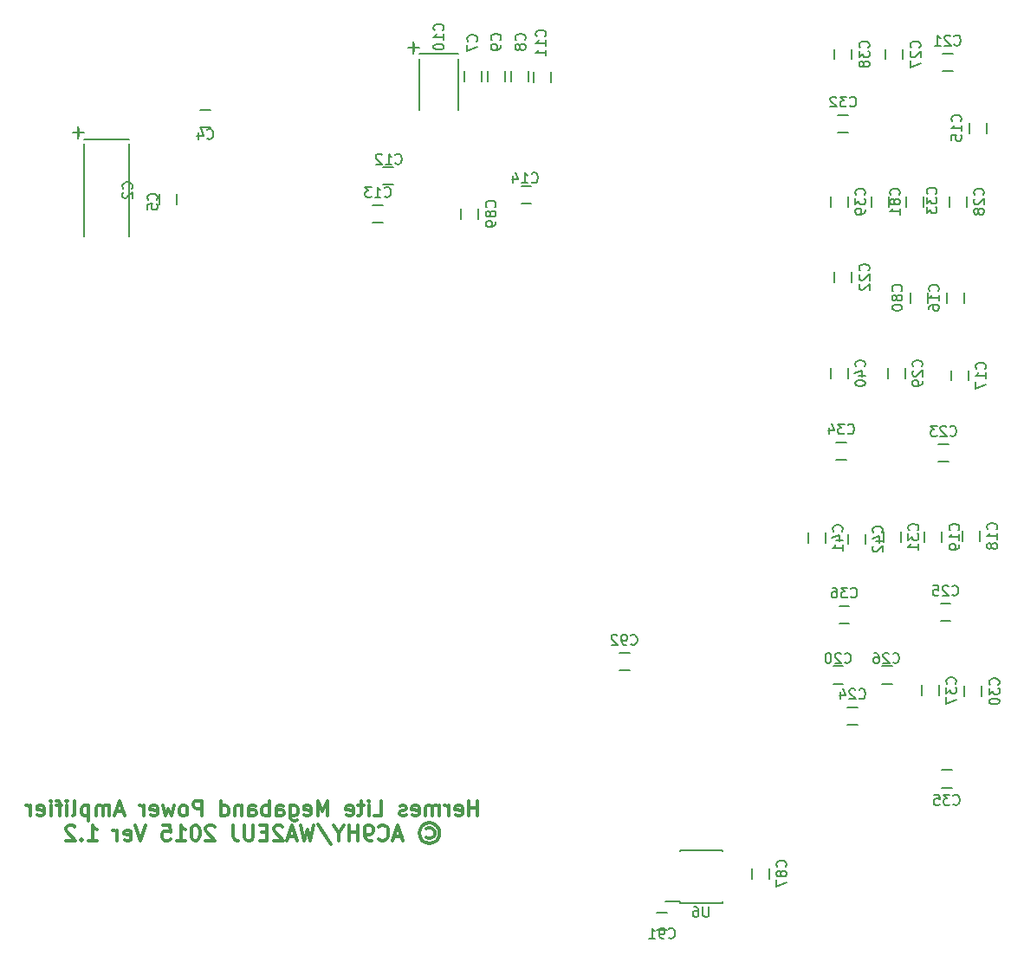
<source format=gbo>
%FSLAX46Y46*%
G04 Gerber Fmt 4.6, Leading zero omitted, Abs format (unit mm)*
G04 Created by KiCad (PCBNEW (2014-10-27 BZR 5228)-product) date 23/02/2015 12:19:06*
%MOMM*%
G01*
G04 APERTURE LIST*
%ADD10C,0.100000*%
%ADD11C,0.300000*%
%ADD12C,0.150000*%
G04 APERTURE END LIST*
D10*
D11*
X147464285Y-135278571D02*
X147464285Y-133778571D01*
X147464285Y-134492857D02*
X146607142Y-134492857D01*
X146607142Y-135278571D02*
X146607142Y-133778571D01*
X145321428Y-135207143D02*
X145464285Y-135278571D01*
X145749999Y-135278571D01*
X145892856Y-135207143D01*
X145964285Y-135064286D01*
X145964285Y-134492857D01*
X145892856Y-134350000D01*
X145749999Y-134278571D01*
X145464285Y-134278571D01*
X145321428Y-134350000D01*
X145249999Y-134492857D01*
X145249999Y-134635714D01*
X145964285Y-134778571D01*
X144607142Y-135278571D02*
X144607142Y-134278571D01*
X144607142Y-134564286D02*
X144535714Y-134421429D01*
X144464285Y-134350000D01*
X144321428Y-134278571D01*
X144178571Y-134278571D01*
X143678571Y-135278571D02*
X143678571Y-134278571D01*
X143678571Y-134421429D02*
X143607143Y-134350000D01*
X143464285Y-134278571D01*
X143250000Y-134278571D01*
X143107143Y-134350000D01*
X143035714Y-134492857D01*
X143035714Y-135278571D01*
X143035714Y-134492857D02*
X142964285Y-134350000D01*
X142821428Y-134278571D01*
X142607143Y-134278571D01*
X142464285Y-134350000D01*
X142392857Y-134492857D01*
X142392857Y-135278571D01*
X141107143Y-135207143D02*
X141250000Y-135278571D01*
X141535714Y-135278571D01*
X141678571Y-135207143D01*
X141750000Y-135064286D01*
X141750000Y-134492857D01*
X141678571Y-134350000D01*
X141535714Y-134278571D01*
X141250000Y-134278571D01*
X141107143Y-134350000D01*
X141035714Y-134492857D01*
X141035714Y-134635714D01*
X141750000Y-134778571D01*
X140464286Y-135207143D02*
X140321429Y-135278571D01*
X140035714Y-135278571D01*
X139892857Y-135207143D01*
X139821429Y-135064286D01*
X139821429Y-134992857D01*
X139892857Y-134850000D01*
X140035714Y-134778571D01*
X140250000Y-134778571D01*
X140392857Y-134707143D01*
X140464286Y-134564286D01*
X140464286Y-134492857D01*
X140392857Y-134350000D01*
X140250000Y-134278571D01*
X140035714Y-134278571D01*
X139892857Y-134350000D01*
X137321428Y-135278571D02*
X138035714Y-135278571D01*
X138035714Y-133778571D01*
X136821428Y-135278571D02*
X136821428Y-134278571D01*
X136821428Y-133778571D02*
X136892857Y-133850000D01*
X136821428Y-133921429D01*
X136750000Y-133850000D01*
X136821428Y-133778571D01*
X136821428Y-133921429D01*
X136321428Y-134278571D02*
X135749999Y-134278571D01*
X136107142Y-133778571D02*
X136107142Y-135064286D01*
X136035714Y-135207143D01*
X135892856Y-135278571D01*
X135749999Y-135278571D01*
X134678571Y-135207143D02*
X134821428Y-135278571D01*
X135107142Y-135278571D01*
X135249999Y-135207143D01*
X135321428Y-135064286D01*
X135321428Y-134492857D01*
X135249999Y-134350000D01*
X135107142Y-134278571D01*
X134821428Y-134278571D01*
X134678571Y-134350000D01*
X134607142Y-134492857D01*
X134607142Y-134635714D01*
X135321428Y-134778571D01*
X132821428Y-135278571D02*
X132821428Y-133778571D01*
X132321428Y-134850000D01*
X131821428Y-133778571D01*
X131821428Y-135278571D01*
X130535714Y-135207143D02*
X130678571Y-135278571D01*
X130964285Y-135278571D01*
X131107142Y-135207143D01*
X131178571Y-135064286D01*
X131178571Y-134492857D01*
X131107142Y-134350000D01*
X130964285Y-134278571D01*
X130678571Y-134278571D01*
X130535714Y-134350000D01*
X130464285Y-134492857D01*
X130464285Y-134635714D01*
X131178571Y-134778571D01*
X129178571Y-134278571D02*
X129178571Y-135492857D01*
X129250000Y-135635714D01*
X129321428Y-135707143D01*
X129464285Y-135778571D01*
X129678571Y-135778571D01*
X129821428Y-135707143D01*
X129178571Y-135207143D02*
X129321428Y-135278571D01*
X129607142Y-135278571D01*
X129750000Y-135207143D01*
X129821428Y-135135714D01*
X129892857Y-134992857D01*
X129892857Y-134564286D01*
X129821428Y-134421429D01*
X129750000Y-134350000D01*
X129607142Y-134278571D01*
X129321428Y-134278571D01*
X129178571Y-134350000D01*
X127821428Y-135278571D02*
X127821428Y-134492857D01*
X127892857Y-134350000D01*
X128035714Y-134278571D01*
X128321428Y-134278571D01*
X128464285Y-134350000D01*
X127821428Y-135207143D02*
X127964285Y-135278571D01*
X128321428Y-135278571D01*
X128464285Y-135207143D01*
X128535714Y-135064286D01*
X128535714Y-134921429D01*
X128464285Y-134778571D01*
X128321428Y-134707143D01*
X127964285Y-134707143D01*
X127821428Y-134635714D01*
X127107142Y-135278571D02*
X127107142Y-133778571D01*
X127107142Y-134350000D02*
X126964285Y-134278571D01*
X126678571Y-134278571D01*
X126535714Y-134350000D01*
X126464285Y-134421429D01*
X126392856Y-134564286D01*
X126392856Y-134992857D01*
X126464285Y-135135714D01*
X126535714Y-135207143D01*
X126678571Y-135278571D01*
X126964285Y-135278571D01*
X127107142Y-135207143D01*
X125107142Y-135278571D02*
X125107142Y-134492857D01*
X125178571Y-134350000D01*
X125321428Y-134278571D01*
X125607142Y-134278571D01*
X125749999Y-134350000D01*
X125107142Y-135207143D02*
X125249999Y-135278571D01*
X125607142Y-135278571D01*
X125749999Y-135207143D01*
X125821428Y-135064286D01*
X125821428Y-134921429D01*
X125749999Y-134778571D01*
X125607142Y-134707143D01*
X125249999Y-134707143D01*
X125107142Y-134635714D01*
X124392856Y-134278571D02*
X124392856Y-135278571D01*
X124392856Y-134421429D02*
X124321428Y-134350000D01*
X124178570Y-134278571D01*
X123964285Y-134278571D01*
X123821428Y-134350000D01*
X123749999Y-134492857D01*
X123749999Y-135278571D01*
X122392856Y-135278571D02*
X122392856Y-133778571D01*
X122392856Y-135207143D02*
X122535713Y-135278571D01*
X122821427Y-135278571D01*
X122964285Y-135207143D01*
X123035713Y-135135714D01*
X123107142Y-134992857D01*
X123107142Y-134564286D01*
X123035713Y-134421429D01*
X122964285Y-134350000D01*
X122821427Y-134278571D01*
X122535713Y-134278571D01*
X122392856Y-134350000D01*
X120535713Y-135278571D02*
X120535713Y-133778571D01*
X119964285Y-133778571D01*
X119821427Y-133850000D01*
X119749999Y-133921429D01*
X119678570Y-134064286D01*
X119678570Y-134278571D01*
X119749999Y-134421429D01*
X119821427Y-134492857D01*
X119964285Y-134564286D01*
X120535713Y-134564286D01*
X118821427Y-135278571D02*
X118964285Y-135207143D01*
X119035713Y-135135714D01*
X119107142Y-134992857D01*
X119107142Y-134564286D01*
X119035713Y-134421429D01*
X118964285Y-134350000D01*
X118821427Y-134278571D01*
X118607142Y-134278571D01*
X118464285Y-134350000D01*
X118392856Y-134421429D01*
X118321427Y-134564286D01*
X118321427Y-134992857D01*
X118392856Y-135135714D01*
X118464285Y-135207143D01*
X118607142Y-135278571D01*
X118821427Y-135278571D01*
X117821427Y-134278571D02*
X117535713Y-135278571D01*
X117249999Y-134564286D01*
X116964284Y-135278571D01*
X116678570Y-134278571D01*
X115535713Y-135207143D02*
X115678570Y-135278571D01*
X115964284Y-135278571D01*
X116107141Y-135207143D01*
X116178570Y-135064286D01*
X116178570Y-134492857D01*
X116107141Y-134350000D01*
X115964284Y-134278571D01*
X115678570Y-134278571D01*
X115535713Y-134350000D01*
X115464284Y-134492857D01*
X115464284Y-134635714D01*
X116178570Y-134778571D01*
X114821427Y-135278571D02*
X114821427Y-134278571D01*
X114821427Y-134564286D02*
X114749999Y-134421429D01*
X114678570Y-134350000D01*
X114535713Y-134278571D01*
X114392856Y-134278571D01*
X112821428Y-134850000D02*
X112107142Y-134850000D01*
X112964285Y-135278571D02*
X112464285Y-133778571D01*
X111964285Y-135278571D01*
X111464285Y-135278571D02*
X111464285Y-134278571D01*
X111464285Y-134421429D02*
X111392857Y-134350000D01*
X111249999Y-134278571D01*
X111035714Y-134278571D01*
X110892857Y-134350000D01*
X110821428Y-134492857D01*
X110821428Y-135278571D01*
X110821428Y-134492857D02*
X110749999Y-134350000D01*
X110607142Y-134278571D01*
X110392857Y-134278571D01*
X110249999Y-134350000D01*
X110178571Y-134492857D01*
X110178571Y-135278571D01*
X109464285Y-134278571D02*
X109464285Y-135778571D01*
X109464285Y-134350000D02*
X109321428Y-134278571D01*
X109035714Y-134278571D01*
X108892857Y-134350000D01*
X108821428Y-134421429D01*
X108749999Y-134564286D01*
X108749999Y-134992857D01*
X108821428Y-135135714D01*
X108892857Y-135207143D01*
X109035714Y-135278571D01*
X109321428Y-135278571D01*
X109464285Y-135207143D01*
X107892856Y-135278571D02*
X108035714Y-135207143D01*
X108107142Y-135064286D01*
X108107142Y-133778571D01*
X107321428Y-135278571D02*
X107321428Y-134278571D01*
X107321428Y-133778571D02*
X107392857Y-133850000D01*
X107321428Y-133921429D01*
X107250000Y-133850000D01*
X107321428Y-133778571D01*
X107321428Y-133921429D01*
X106821428Y-134278571D02*
X106249999Y-134278571D01*
X106607142Y-135278571D02*
X106607142Y-133992857D01*
X106535714Y-133850000D01*
X106392856Y-133778571D01*
X106249999Y-133778571D01*
X105749999Y-135278571D02*
X105749999Y-134278571D01*
X105749999Y-133778571D02*
X105821428Y-133850000D01*
X105749999Y-133921429D01*
X105678571Y-133850000D01*
X105749999Y-133778571D01*
X105749999Y-133921429D01*
X104464285Y-135207143D02*
X104607142Y-135278571D01*
X104892856Y-135278571D01*
X105035713Y-135207143D01*
X105107142Y-135064286D01*
X105107142Y-134492857D01*
X105035713Y-134350000D01*
X104892856Y-134278571D01*
X104607142Y-134278571D01*
X104464285Y-134350000D01*
X104392856Y-134492857D01*
X104392856Y-134635714D01*
X105107142Y-134778571D01*
X103749999Y-135278571D02*
X103749999Y-134278571D01*
X103749999Y-134564286D02*
X103678571Y-134421429D01*
X103607142Y-134350000D01*
X103464285Y-134278571D01*
X103321428Y-134278571D01*
X142464283Y-136535714D02*
X142607141Y-136464286D01*
X142892855Y-136464286D01*
X143035712Y-136535714D01*
X143178569Y-136678571D01*
X143249998Y-136821429D01*
X143249998Y-137107143D01*
X143178569Y-137250000D01*
X143035712Y-137392857D01*
X142892855Y-137464286D01*
X142607141Y-137464286D01*
X142464283Y-137392857D01*
X142749998Y-135964286D02*
X143107141Y-136035714D01*
X143464283Y-136250000D01*
X143678569Y-136607143D01*
X143749998Y-136964286D01*
X143678569Y-137321429D01*
X143464283Y-137678571D01*
X143107141Y-137892857D01*
X142749998Y-137964286D01*
X142392855Y-137892857D01*
X142035712Y-137678571D01*
X141821426Y-137321429D01*
X141749998Y-136964286D01*
X141821426Y-136607143D01*
X142035712Y-136250000D01*
X142392855Y-136035714D01*
X142749998Y-135964286D01*
X140035712Y-137250000D02*
X139321426Y-137250000D01*
X140178569Y-137678571D02*
X139678569Y-136178571D01*
X139178569Y-137678571D01*
X137821426Y-137535714D02*
X137892855Y-137607143D01*
X138107141Y-137678571D01*
X138249998Y-137678571D01*
X138464283Y-137607143D01*
X138607141Y-137464286D01*
X138678569Y-137321429D01*
X138749998Y-137035714D01*
X138749998Y-136821429D01*
X138678569Y-136535714D01*
X138607141Y-136392857D01*
X138464283Y-136250000D01*
X138249998Y-136178571D01*
X138107141Y-136178571D01*
X137892855Y-136250000D01*
X137821426Y-136321429D01*
X137107141Y-137678571D02*
X136821426Y-137678571D01*
X136678569Y-137607143D01*
X136607141Y-137535714D01*
X136464283Y-137321429D01*
X136392855Y-137035714D01*
X136392855Y-136464286D01*
X136464283Y-136321429D01*
X136535712Y-136250000D01*
X136678569Y-136178571D01*
X136964283Y-136178571D01*
X137107141Y-136250000D01*
X137178569Y-136321429D01*
X137249998Y-136464286D01*
X137249998Y-136821429D01*
X137178569Y-136964286D01*
X137107141Y-137035714D01*
X136964283Y-137107143D01*
X136678569Y-137107143D01*
X136535712Y-137035714D01*
X136464283Y-136964286D01*
X136392855Y-136821429D01*
X135749998Y-137678571D02*
X135749998Y-136178571D01*
X135749998Y-136892857D02*
X134892855Y-136892857D01*
X134892855Y-137678571D02*
X134892855Y-136178571D01*
X133892855Y-136964286D02*
X133892855Y-137678571D01*
X134392855Y-136178571D02*
X133892855Y-136964286D01*
X133392855Y-136178571D01*
X131821427Y-136107143D02*
X133107141Y-138035714D01*
X131464283Y-136178571D02*
X131107140Y-137678571D01*
X130821426Y-136607143D01*
X130535712Y-137678571D01*
X130178569Y-136178571D01*
X129678569Y-137250000D02*
X128964283Y-137250000D01*
X129821426Y-137678571D02*
X129321426Y-136178571D01*
X128821426Y-137678571D01*
X128392855Y-136321429D02*
X128321426Y-136250000D01*
X128178569Y-136178571D01*
X127821426Y-136178571D01*
X127678569Y-136250000D01*
X127607140Y-136321429D01*
X127535712Y-136464286D01*
X127535712Y-136607143D01*
X127607140Y-136821429D01*
X128464283Y-137678571D01*
X127535712Y-137678571D01*
X126892855Y-136892857D02*
X126392855Y-136892857D01*
X126178569Y-137678571D02*
X126892855Y-137678571D01*
X126892855Y-136178571D01*
X126178569Y-136178571D01*
X125535712Y-136178571D02*
X125535712Y-137392857D01*
X125464284Y-137535714D01*
X125392855Y-137607143D01*
X125249998Y-137678571D01*
X124964284Y-137678571D01*
X124821426Y-137607143D01*
X124749998Y-137535714D01*
X124678569Y-137392857D01*
X124678569Y-136178571D01*
X123535712Y-136178571D02*
X123535712Y-137250000D01*
X123607140Y-137464286D01*
X123749997Y-137607143D01*
X123964283Y-137678571D01*
X124107140Y-137678571D01*
X121749998Y-136321429D02*
X121678569Y-136250000D01*
X121535712Y-136178571D01*
X121178569Y-136178571D01*
X121035712Y-136250000D01*
X120964283Y-136321429D01*
X120892855Y-136464286D01*
X120892855Y-136607143D01*
X120964283Y-136821429D01*
X121821426Y-137678571D01*
X120892855Y-137678571D01*
X119964284Y-136178571D02*
X119821427Y-136178571D01*
X119678570Y-136250000D01*
X119607141Y-136321429D01*
X119535712Y-136464286D01*
X119464284Y-136750000D01*
X119464284Y-137107143D01*
X119535712Y-137392857D01*
X119607141Y-137535714D01*
X119678570Y-137607143D01*
X119821427Y-137678571D01*
X119964284Y-137678571D01*
X120107141Y-137607143D01*
X120178570Y-137535714D01*
X120249998Y-137392857D01*
X120321427Y-137107143D01*
X120321427Y-136750000D01*
X120249998Y-136464286D01*
X120178570Y-136321429D01*
X120107141Y-136250000D01*
X119964284Y-136178571D01*
X118035713Y-137678571D02*
X118892856Y-137678571D01*
X118464284Y-137678571D02*
X118464284Y-136178571D01*
X118607141Y-136392857D01*
X118749999Y-136535714D01*
X118892856Y-136607143D01*
X116678570Y-136178571D02*
X117392856Y-136178571D01*
X117464285Y-136892857D01*
X117392856Y-136821429D01*
X117249999Y-136750000D01*
X116892856Y-136750000D01*
X116749999Y-136821429D01*
X116678570Y-136892857D01*
X116607142Y-137035714D01*
X116607142Y-137392857D01*
X116678570Y-137535714D01*
X116749999Y-137607143D01*
X116892856Y-137678571D01*
X117249999Y-137678571D01*
X117392856Y-137607143D01*
X117464285Y-137535714D01*
X115035714Y-136178571D02*
X114535714Y-137678571D01*
X114035714Y-136178571D01*
X112964286Y-137607143D02*
X113107143Y-137678571D01*
X113392857Y-137678571D01*
X113535714Y-137607143D01*
X113607143Y-137464286D01*
X113607143Y-136892857D01*
X113535714Y-136750000D01*
X113392857Y-136678571D01*
X113107143Y-136678571D01*
X112964286Y-136750000D01*
X112892857Y-136892857D01*
X112892857Y-137035714D01*
X113607143Y-137178571D01*
X112250000Y-137678571D02*
X112250000Y-136678571D01*
X112250000Y-136964286D02*
X112178572Y-136821429D01*
X112107143Y-136750000D01*
X111964286Y-136678571D01*
X111821429Y-136678571D01*
X109392858Y-137678571D02*
X110250001Y-137678571D01*
X109821429Y-137678571D02*
X109821429Y-136178571D01*
X109964286Y-136392857D01*
X110107144Y-136535714D01*
X110250001Y-136607143D01*
X108750001Y-137535714D02*
X108678573Y-137607143D01*
X108750001Y-137678571D01*
X108821430Y-137607143D01*
X108750001Y-137535714D01*
X108750001Y-137678571D01*
X108107144Y-136321429D02*
X108035715Y-136250000D01*
X107892858Y-136178571D01*
X107535715Y-136178571D01*
X107392858Y-136250000D01*
X107321429Y-136321429D01*
X107250001Y-136464286D01*
X107250001Y-136607143D01*
X107321429Y-136821429D01*
X108178572Y-137678571D01*
X107250001Y-137678571D01*
D12*
X121353200Y-67982200D02*
X120353200Y-67982200D01*
X120353200Y-66282200D02*
X121353200Y-66282200D01*
X116350000Y-75500000D02*
X116350000Y-74500000D01*
X118050000Y-74500000D02*
X118050000Y-75500000D01*
X147839800Y-62479300D02*
X147839800Y-63479300D01*
X146139800Y-63479300D02*
X146139800Y-62479300D01*
X152411800Y-62479300D02*
X152411800Y-63479300D01*
X150711800Y-63479300D02*
X150711800Y-62479300D01*
X150163900Y-62479300D02*
X150163900Y-63479300D01*
X148463900Y-63479300D02*
X148463900Y-62479300D01*
X154659700Y-62555500D02*
X154659700Y-63555500D01*
X152959700Y-63555500D02*
X152959700Y-62555500D01*
X138200000Y-71850000D02*
X139200000Y-71850000D01*
X139200000Y-73550000D02*
X138200000Y-73550000D01*
X137231500Y-75578600D02*
X138231500Y-75578600D01*
X138231500Y-77278600D02*
X137231500Y-77278600D01*
X151722200Y-73711700D02*
X152722200Y-73711700D01*
X152722200Y-75411700D02*
X151722200Y-75411700D01*
X195550000Y-68500000D02*
X195550000Y-67500000D01*
X197250000Y-67500000D02*
X197250000Y-68500000D01*
X193350000Y-85100000D02*
X193350000Y-84100000D01*
X195050000Y-84100000D02*
X195050000Y-85100000D01*
X195450000Y-91700000D02*
X195450000Y-92700000D01*
X193750000Y-92700000D02*
X193750000Y-91700000D01*
X196550000Y-107400000D02*
X196550000Y-108400000D01*
X194850000Y-108400000D02*
X194850000Y-107400000D01*
X192850000Y-107500000D02*
X192850000Y-108500000D01*
X191150000Y-108500000D02*
X191150000Y-107500000D01*
X183200000Y-122350000D02*
X182200000Y-122350000D01*
X182200000Y-120650000D02*
X183200000Y-120650000D01*
X192900000Y-60750000D02*
X193900000Y-60750000D01*
X193900000Y-62450000D02*
X192900000Y-62450000D01*
X184050000Y-82100000D02*
X184050000Y-83100000D01*
X182350000Y-83100000D02*
X182350000Y-82100000D01*
X192500000Y-98950000D02*
X193500000Y-98950000D01*
X193500000Y-100650000D02*
X192500000Y-100650000D01*
X183600000Y-124650000D02*
X184600000Y-124650000D01*
X184600000Y-126350000D02*
X183600000Y-126350000D01*
X192700000Y-114550000D02*
X193700000Y-114550000D01*
X193700000Y-116250000D02*
X192700000Y-116250000D01*
X188000000Y-122350000D02*
X187000000Y-122350000D01*
X187000000Y-120650000D02*
X188000000Y-120650000D01*
X189050000Y-60300000D02*
X189050000Y-61300000D01*
X187350000Y-61300000D02*
X187350000Y-60300000D01*
X195250000Y-74700000D02*
X195250000Y-75700000D01*
X193550000Y-75700000D02*
X193550000Y-74700000D01*
X189250000Y-91500000D02*
X189250000Y-92500000D01*
X187550000Y-92500000D02*
X187550000Y-91500000D01*
X196750000Y-122600000D02*
X196750000Y-123600000D01*
X195050000Y-123600000D02*
X195050000Y-122600000D01*
X188850000Y-107500000D02*
X188850000Y-108500000D01*
X187150000Y-108500000D02*
X187150000Y-107500000D01*
X182700000Y-66750000D02*
X183700000Y-66750000D01*
X183700000Y-68450000D02*
X182700000Y-68450000D01*
X189350000Y-75700000D02*
X189350000Y-74700000D01*
X191050000Y-74700000D02*
X191050000Y-75700000D01*
X182500000Y-98750000D02*
X183500000Y-98750000D01*
X183500000Y-100450000D02*
X182500000Y-100450000D01*
X193806700Y-132510900D02*
X192806700Y-132510900D01*
X192806700Y-130810900D02*
X193806700Y-130810900D01*
X182800000Y-114750000D02*
X183800000Y-114750000D01*
X183800000Y-116450000D02*
X182800000Y-116450000D01*
X192550000Y-122500000D02*
X192550000Y-123500000D01*
X190850000Y-123500000D02*
X190850000Y-122500000D01*
X184050000Y-60300000D02*
X184050000Y-61300000D01*
X182350000Y-61300000D02*
X182350000Y-60300000D01*
X183650000Y-74700000D02*
X183650000Y-75700000D01*
X181950000Y-75700000D02*
X181950000Y-74700000D01*
X183650000Y-91500000D02*
X183650000Y-92500000D01*
X181950000Y-92500000D02*
X181950000Y-91500000D01*
X181450000Y-107600000D02*
X181450000Y-108600000D01*
X179750000Y-108600000D02*
X179750000Y-107600000D01*
X185350000Y-107700000D02*
X185350000Y-108700000D01*
X183650000Y-108700000D02*
X183650000Y-107700000D01*
X189750000Y-85100000D02*
X189750000Y-84100000D01*
X191450000Y-84100000D02*
X191450000Y-85100000D01*
X187650000Y-74700000D02*
X187650000Y-75700000D01*
X185950000Y-75700000D02*
X185950000Y-74700000D01*
X109000360Y-69098740D02*
X113399640Y-69098740D01*
X113399640Y-69599120D02*
X113399640Y-78600880D01*
X109000360Y-78600880D02*
X109000360Y-69599120D01*
X107898000Y-68445960D02*
X108997820Y-68445960D01*
X108398380Y-67846520D02*
X108398380Y-69045400D01*
X141775180Y-60741560D02*
X145575020Y-60741560D01*
X141775180Y-66240660D02*
X141775180Y-61241940D01*
X145575020Y-66238120D02*
X145575020Y-61239400D01*
X140672820Y-60139580D02*
X141772640Y-60139580D01*
X141173200Y-59540140D02*
X141173200Y-60739020D01*
X175950000Y-140400000D02*
X175950000Y-141400000D01*
X174250000Y-141400000D02*
X174250000Y-140400000D01*
X147550000Y-75900000D02*
X147550000Y-76900000D01*
X145850000Y-76900000D02*
X145850000Y-75900000D01*
X166000000Y-146450000D02*
X165000000Y-146450000D01*
X165000000Y-144750000D02*
X166000000Y-144750000D01*
X161300000Y-119350000D02*
X162300000Y-119350000D01*
X162300000Y-121050000D02*
X161300000Y-121050000D01*
X167225000Y-143775000D02*
X167225000Y-143630000D01*
X171375000Y-143775000D02*
X171375000Y-143630000D01*
X171375000Y-138625000D02*
X171375000Y-138770000D01*
X167225000Y-138625000D02*
X167225000Y-138770000D01*
X167225000Y-143775000D02*
X171375000Y-143775000D01*
X167225000Y-138625000D02*
X171375000Y-138625000D01*
X167225000Y-143630000D02*
X165825000Y-143630000D01*
X121030266Y-69010243D02*
X121077885Y-69057862D01*
X121220742Y-69105481D01*
X121315980Y-69105481D01*
X121458838Y-69057862D01*
X121554076Y-68962624D01*
X121601695Y-68867386D01*
X121649314Y-68676910D01*
X121649314Y-68534052D01*
X121601695Y-68343576D01*
X121554076Y-68248338D01*
X121458838Y-68153100D01*
X121315980Y-68105481D01*
X121220742Y-68105481D01*
X121077885Y-68153100D01*
X121030266Y-68200719D01*
X120173123Y-68438814D02*
X120173123Y-69105481D01*
X120411219Y-68057862D02*
X120649314Y-68772148D01*
X120030266Y-68772148D01*
X116098343Y-75046834D02*
X116145962Y-74999215D01*
X116193581Y-74856358D01*
X116193581Y-74761120D01*
X116145962Y-74618262D01*
X116050724Y-74523024D01*
X115955486Y-74475405D01*
X115765010Y-74427786D01*
X115622152Y-74427786D01*
X115431676Y-74475405D01*
X115336438Y-74523024D01*
X115241200Y-74618262D01*
X115193581Y-74761120D01*
X115193581Y-74856358D01*
X115241200Y-74999215D01*
X115288819Y-75046834D01*
X115193581Y-75951596D02*
X115193581Y-75475405D01*
X115669771Y-75427786D01*
X115622152Y-75475405D01*
X115574533Y-75570643D01*
X115574533Y-75808739D01*
X115622152Y-75903977D01*
X115669771Y-75951596D01*
X115765010Y-75999215D01*
X116003105Y-75999215D01*
X116098343Y-75951596D01*
X116145962Y-75903977D01*
X116193581Y-75808739D01*
X116193581Y-75570643D01*
X116145962Y-75475405D01*
X116098343Y-75427786D01*
X147357143Y-59533334D02*
X147404762Y-59485715D01*
X147452381Y-59342858D01*
X147452381Y-59247620D01*
X147404762Y-59104762D01*
X147309524Y-59009524D01*
X147214286Y-58961905D01*
X147023810Y-58914286D01*
X146880952Y-58914286D01*
X146690476Y-58961905D01*
X146595238Y-59009524D01*
X146500000Y-59104762D01*
X146452381Y-59247620D01*
X146452381Y-59342858D01*
X146500000Y-59485715D01*
X146547619Y-59533334D01*
X146452381Y-59866667D02*
X146452381Y-60533334D01*
X147452381Y-60104762D01*
X152057143Y-59433334D02*
X152104762Y-59385715D01*
X152152381Y-59242858D01*
X152152381Y-59147620D01*
X152104762Y-59004762D01*
X152009524Y-58909524D01*
X151914286Y-58861905D01*
X151723810Y-58814286D01*
X151580952Y-58814286D01*
X151390476Y-58861905D01*
X151295238Y-58909524D01*
X151200000Y-59004762D01*
X151152381Y-59147620D01*
X151152381Y-59242858D01*
X151200000Y-59385715D01*
X151247619Y-59433334D01*
X151580952Y-60004762D02*
X151533333Y-59909524D01*
X151485714Y-59861905D01*
X151390476Y-59814286D01*
X151342857Y-59814286D01*
X151247619Y-59861905D01*
X151200000Y-59909524D01*
X151152381Y-60004762D01*
X151152381Y-60195239D01*
X151200000Y-60290477D01*
X151247619Y-60338096D01*
X151342857Y-60385715D01*
X151390476Y-60385715D01*
X151485714Y-60338096D01*
X151533333Y-60290477D01*
X151580952Y-60195239D01*
X151580952Y-60004762D01*
X151628571Y-59909524D01*
X151676190Y-59861905D01*
X151771429Y-59814286D01*
X151961905Y-59814286D01*
X152057143Y-59861905D01*
X152104762Y-59909524D01*
X152152381Y-60004762D01*
X152152381Y-60195239D01*
X152104762Y-60290477D01*
X152057143Y-60338096D01*
X151961905Y-60385715D01*
X151771429Y-60385715D01*
X151676190Y-60338096D01*
X151628571Y-60290477D01*
X151580952Y-60195239D01*
X149657143Y-59433334D02*
X149704762Y-59385715D01*
X149752381Y-59242858D01*
X149752381Y-59147620D01*
X149704762Y-59004762D01*
X149609524Y-58909524D01*
X149514286Y-58861905D01*
X149323810Y-58814286D01*
X149180952Y-58814286D01*
X148990476Y-58861905D01*
X148895238Y-58909524D01*
X148800000Y-59004762D01*
X148752381Y-59147620D01*
X148752381Y-59242858D01*
X148800000Y-59385715D01*
X148847619Y-59433334D01*
X149752381Y-59909524D02*
X149752381Y-60100000D01*
X149704762Y-60195239D01*
X149657143Y-60242858D01*
X149514286Y-60338096D01*
X149323810Y-60385715D01*
X148942857Y-60385715D01*
X148847619Y-60338096D01*
X148800000Y-60290477D01*
X148752381Y-60195239D01*
X148752381Y-60004762D01*
X148800000Y-59909524D01*
X148847619Y-59861905D01*
X148942857Y-59814286D01*
X149180952Y-59814286D01*
X149276190Y-59861905D01*
X149323810Y-59909524D01*
X149371429Y-60004762D01*
X149371429Y-60195239D01*
X149323810Y-60290477D01*
X149276190Y-60338096D01*
X149180952Y-60385715D01*
X154057143Y-59057143D02*
X154104762Y-59009524D01*
X154152381Y-58866667D01*
X154152381Y-58771429D01*
X154104762Y-58628571D01*
X154009524Y-58533333D01*
X153914286Y-58485714D01*
X153723810Y-58438095D01*
X153580952Y-58438095D01*
X153390476Y-58485714D01*
X153295238Y-58533333D01*
X153200000Y-58628571D01*
X153152381Y-58771429D01*
X153152381Y-58866667D01*
X153200000Y-59009524D01*
X153247619Y-59057143D01*
X154152381Y-60009524D02*
X154152381Y-59438095D01*
X154152381Y-59723809D02*
X153152381Y-59723809D01*
X153295238Y-59628571D01*
X153390476Y-59533333D01*
X153438095Y-59438095D01*
X154152381Y-60961905D02*
X154152381Y-60390476D01*
X154152381Y-60676190D02*
X153152381Y-60676190D01*
X153295238Y-60580952D01*
X153390476Y-60485714D01*
X153438095Y-60390476D01*
X139429957Y-71452943D02*
X139477576Y-71500562D01*
X139620433Y-71548181D01*
X139715671Y-71548181D01*
X139858529Y-71500562D01*
X139953767Y-71405324D01*
X140001386Y-71310086D01*
X140049005Y-71119610D01*
X140049005Y-70976752D01*
X140001386Y-70786276D01*
X139953767Y-70691038D01*
X139858529Y-70595800D01*
X139715671Y-70548181D01*
X139620433Y-70548181D01*
X139477576Y-70595800D01*
X139429957Y-70643419D01*
X138477576Y-71548181D02*
X139049005Y-71548181D01*
X138763291Y-71548181D02*
X138763291Y-70548181D01*
X138858529Y-70691038D01*
X138953767Y-70786276D01*
X139049005Y-70833895D01*
X138096624Y-70643419D02*
X138049005Y-70595800D01*
X137953767Y-70548181D01*
X137715671Y-70548181D01*
X137620433Y-70595800D01*
X137572814Y-70643419D01*
X137525195Y-70738657D01*
X137525195Y-70833895D01*
X137572814Y-70976752D01*
X138144243Y-71548181D01*
X137525195Y-71548181D01*
X138374357Y-74685743D02*
X138421976Y-74733362D01*
X138564833Y-74780981D01*
X138660071Y-74780981D01*
X138802929Y-74733362D01*
X138898167Y-74638124D01*
X138945786Y-74542886D01*
X138993405Y-74352410D01*
X138993405Y-74209552D01*
X138945786Y-74019076D01*
X138898167Y-73923838D01*
X138802929Y-73828600D01*
X138660071Y-73780981D01*
X138564833Y-73780981D01*
X138421976Y-73828600D01*
X138374357Y-73876219D01*
X137421976Y-74780981D02*
X137993405Y-74780981D01*
X137707691Y-74780981D02*
X137707691Y-73780981D01*
X137802929Y-73923838D01*
X137898167Y-74019076D01*
X137993405Y-74066695D01*
X137088643Y-73780981D02*
X136469595Y-73780981D01*
X136802929Y-74161933D01*
X136660071Y-74161933D01*
X136564833Y-74209552D01*
X136517214Y-74257171D01*
X136469595Y-74352410D01*
X136469595Y-74590505D01*
X136517214Y-74685743D01*
X136564833Y-74733362D01*
X136660071Y-74780981D01*
X136945786Y-74780981D01*
X137041024Y-74733362D01*
X137088643Y-74685743D01*
X152738657Y-73288343D02*
X152786276Y-73335962D01*
X152929133Y-73383581D01*
X153024371Y-73383581D01*
X153167229Y-73335962D01*
X153262467Y-73240724D01*
X153310086Y-73145486D01*
X153357705Y-72955010D01*
X153357705Y-72812152D01*
X153310086Y-72621676D01*
X153262467Y-72526438D01*
X153167229Y-72431200D01*
X153024371Y-72383581D01*
X152929133Y-72383581D01*
X152786276Y-72431200D01*
X152738657Y-72478819D01*
X151786276Y-73383581D02*
X152357705Y-73383581D01*
X152071991Y-73383581D02*
X152071991Y-72383581D01*
X152167229Y-72526438D01*
X152262467Y-72621676D01*
X152357705Y-72669295D01*
X150929133Y-72716914D02*
X150929133Y-73383581D01*
X151167229Y-72335962D02*
X151405324Y-73050248D01*
X150786276Y-73050248D01*
X194657143Y-67357143D02*
X194704762Y-67309524D01*
X194752381Y-67166667D01*
X194752381Y-67071429D01*
X194704762Y-66928571D01*
X194609524Y-66833333D01*
X194514286Y-66785714D01*
X194323810Y-66738095D01*
X194180952Y-66738095D01*
X193990476Y-66785714D01*
X193895238Y-66833333D01*
X193800000Y-66928571D01*
X193752381Y-67071429D01*
X193752381Y-67166667D01*
X193800000Y-67309524D01*
X193847619Y-67357143D01*
X194752381Y-68309524D02*
X194752381Y-67738095D01*
X194752381Y-68023809D02*
X193752381Y-68023809D01*
X193895238Y-67928571D01*
X193990476Y-67833333D01*
X194038095Y-67738095D01*
X193752381Y-69214286D02*
X193752381Y-68738095D01*
X194228571Y-68690476D01*
X194180952Y-68738095D01*
X194133333Y-68833333D01*
X194133333Y-69071429D01*
X194180952Y-69166667D01*
X194228571Y-69214286D01*
X194323810Y-69261905D01*
X194561905Y-69261905D01*
X194657143Y-69214286D01*
X194704762Y-69166667D01*
X194752381Y-69071429D01*
X194752381Y-68833333D01*
X194704762Y-68738095D01*
X194657143Y-68690476D01*
X192457143Y-83957143D02*
X192504762Y-83909524D01*
X192552381Y-83766667D01*
X192552381Y-83671429D01*
X192504762Y-83528571D01*
X192409524Y-83433333D01*
X192314286Y-83385714D01*
X192123810Y-83338095D01*
X191980952Y-83338095D01*
X191790476Y-83385714D01*
X191695238Y-83433333D01*
X191600000Y-83528571D01*
X191552381Y-83671429D01*
X191552381Y-83766667D01*
X191600000Y-83909524D01*
X191647619Y-83957143D01*
X192552381Y-84909524D02*
X192552381Y-84338095D01*
X192552381Y-84623809D02*
X191552381Y-84623809D01*
X191695238Y-84528571D01*
X191790476Y-84433333D01*
X191838095Y-84338095D01*
X191552381Y-85766667D02*
X191552381Y-85576190D01*
X191600000Y-85480952D01*
X191647619Y-85433333D01*
X191790476Y-85338095D01*
X191980952Y-85290476D01*
X192361905Y-85290476D01*
X192457143Y-85338095D01*
X192504762Y-85385714D01*
X192552381Y-85480952D01*
X192552381Y-85671429D01*
X192504762Y-85766667D01*
X192457143Y-85814286D01*
X192361905Y-85861905D01*
X192123810Y-85861905D01*
X192028571Y-85814286D01*
X191980952Y-85766667D01*
X191933333Y-85671429D01*
X191933333Y-85480952D01*
X191980952Y-85385714D01*
X192028571Y-85338095D01*
X192123810Y-85290476D01*
X197057143Y-91557143D02*
X197104762Y-91509524D01*
X197152381Y-91366667D01*
X197152381Y-91271429D01*
X197104762Y-91128571D01*
X197009524Y-91033333D01*
X196914286Y-90985714D01*
X196723810Y-90938095D01*
X196580952Y-90938095D01*
X196390476Y-90985714D01*
X196295238Y-91033333D01*
X196200000Y-91128571D01*
X196152381Y-91271429D01*
X196152381Y-91366667D01*
X196200000Y-91509524D01*
X196247619Y-91557143D01*
X197152381Y-92509524D02*
X197152381Y-91938095D01*
X197152381Y-92223809D02*
X196152381Y-92223809D01*
X196295238Y-92128571D01*
X196390476Y-92033333D01*
X196438095Y-91938095D01*
X196152381Y-92842857D02*
X196152381Y-93509524D01*
X197152381Y-93080952D01*
X198157143Y-107257143D02*
X198204762Y-107209524D01*
X198252381Y-107066667D01*
X198252381Y-106971429D01*
X198204762Y-106828571D01*
X198109524Y-106733333D01*
X198014286Y-106685714D01*
X197823810Y-106638095D01*
X197680952Y-106638095D01*
X197490476Y-106685714D01*
X197395238Y-106733333D01*
X197300000Y-106828571D01*
X197252381Y-106971429D01*
X197252381Y-107066667D01*
X197300000Y-107209524D01*
X197347619Y-107257143D01*
X198252381Y-108209524D02*
X198252381Y-107638095D01*
X198252381Y-107923809D02*
X197252381Y-107923809D01*
X197395238Y-107828571D01*
X197490476Y-107733333D01*
X197538095Y-107638095D01*
X197680952Y-108780952D02*
X197633333Y-108685714D01*
X197585714Y-108638095D01*
X197490476Y-108590476D01*
X197442857Y-108590476D01*
X197347619Y-108638095D01*
X197300000Y-108685714D01*
X197252381Y-108780952D01*
X197252381Y-108971429D01*
X197300000Y-109066667D01*
X197347619Y-109114286D01*
X197442857Y-109161905D01*
X197490476Y-109161905D01*
X197585714Y-109114286D01*
X197633333Y-109066667D01*
X197680952Y-108971429D01*
X197680952Y-108780952D01*
X197728571Y-108685714D01*
X197776190Y-108638095D01*
X197871429Y-108590476D01*
X198061905Y-108590476D01*
X198157143Y-108638095D01*
X198204762Y-108685714D01*
X198252381Y-108780952D01*
X198252381Y-108971429D01*
X198204762Y-109066667D01*
X198157143Y-109114286D01*
X198061905Y-109161905D01*
X197871429Y-109161905D01*
X197776190Y-109114286D01*
X197728571Y-109066667D01*
X197680952Y-108971429D01*
X194457143Y-107357143D02*
X194504762Y-107309524D01*
X194552381Y-107166667D01*
X194552381Y-107071429D01*
X194504762Y-106928571D01*
X194409524Y-106833333D01*
X194314286Y-106785714D01*
X194123810Y-106738095D01*
X193980952Y-106738095D01*
X193790476Y-106785714D01*
X193695238Y-106833333D01*
X193600000Y-106928571D01*
X193552381Y-107071429D01*
X193552381Y-107166667D01*
X193600000Y-107309524D01*
X193647619Y-107357143D01*
X194552381Y-108309524D02*
X194552381Y-107738095D01*
X194552381Y-108023809D02*
X193552381Y-108023809D01*
X193695238Y-107928571D01*
X193790476Y-107833333D01*
X193838095Y-107738095D01*
X194552381Y-108785714D02*
X194552381Y-108976190D01*
X194504762Y-109071429D01*
X194457143Y-109119048D01*
X194314286Y-109214286D01*
X194123810Y-109261905D01*
X193742857Y-109261905D01*
X193647619Y-109214286D01*
X193600000Y-109166667D01*
X193552381Y-109071429D01*
X193552381Y-108880952D01*
X193600000Y-108785714D01*
X193647619Y-108738095D01*
X193742857Y-108690476D01*
X193980952Y-108690476D01*
X194076190Y-108738095D01*
X194123810Y-108785714D01*
X194171429Y-108880952D01*
X194171429Y-109071429D01*
X194123810Y-109166667D01*
X194076190Y-109214286D01*
X193980952Y-109261905D01*
X183342857Y-120257143D02*
X183390476Y-120304762D01*
X183533333Y-120352381D01*
X183628571Y-120352381D01*
X183771429Y-120304762D01*
X183866667Y-120209524D01*
X183914286Y-120114286D01*
X183961905Y-119923810D01*
X183961905Y-119780952D01*
X183914286Y-119590476D01*
X183866667Y-119495238D01*
X183771429Y-119400000D01*
X183628571Y-119352381D01*
X183533333Y-119352381D01*
X183390476Y-119400000D01*
X183342857Y-119447619D01*
X182961905Y-119447619D02*
X182914286Y-119400000D01*
X182819048Y-119352381D01*
X182580952Y-119352381D01*
X182485714Y-119400000D01*
X182438095Y-119447619D01*
X182390476Y-119542857D01*
X182390476Y-119638095D01*
X182438095Y-119780952D01*
X183009524Y-120352381D01*
X182390476Y-120352381D01*
X181771429Y-119352381D02*
X181676190Y-119352381D01*
X181580952Y-119400000D01*
X181533333Y-119447619D01*
X181485714Y-119542857D01*
X181438095Y-119733333D01*
X181438095Y-119971429D01*
X181485714Y-120161905D01*
X181533333Y-120257143D01*
X181580952Y-120304762D01*
X181676190Y-120352381D01*
X181771429Y-120352381D01*
X181866667Y-120304762D01*
X181914286Y-120257143D01*
X181961905Y-120161905D01*
X182009524Y-119971429D01*
X182009524Y-119733333D01*
X181961905Y-119542857D01*
X181914286Y-119447619D01*
X181866667Y-119400000D01*
X181771429Y-119352381D01*
X194042857Y-59857143D02*
X194090476Y-59904762D01*
X194233333Y-59952381D01*
X194328571Y-59952381D01*
X194471429Y-59904762D01*
X194566667Y-59809524D01*
X194614286Y-59714286D01*
X194661905Y-59523810D01*
X194661905Y-59380952D01*
X194614286Y-59190476D01*
X194566667Y-59095238D01*
X194471429Y-59000000D01*
X194328571Y-58952381D01*
X194233333Y-58952381D01*
X194090476Y-59000000D01*
X194042857Y-59047619D01*
X193661905Y-59047619D02*
X193614286Y-59000000D01*
X193519048Y-58952381D01*
X193280952Y-58952381D01*
X193185714Y-59000000D01*
X193138095Y-59047619D01*
X193090476Y-59142857D01*
X193090476Y-59238095D01*
X193138095Y-59380952D01*
X193709524Y-59952381D01*
X193090476Y-59952381D01*
X192138095Y-59952381D02*
X192709524Y-59952381D01*
X192423810Y-59952381D02*
X192423810Y-58952381D01*
X192519048Y-59095238D01*
X192614286Y-59190476D01*
X192709524Y-59238095D01*
X185657143Y-81957143D02*
X185704762Y-81909524D01*
X185752381Y-81766667D01*
X185752381Y-81671429D01*
X185704762Y-81528571D01*
X185609524Y-81433333D01*
X185514286Y-81385714D01*
X185323810Y-81338095D01*
X185180952Y-81338095D01*
X184990476Y-81385714D01*
X184895238Y-81433333D01*
X184800000Y-81528571D01*
X184752381Y-81671429D01*
X184752381Y-81766667D01*
X184800000Y-81909524D01*
X184847619Y-81957143D01*
X184847619Y-82338095D02*
X184800000Y-82385714D01*
X184752381Y-82480952D01*
X184752381Y-82719048D01*
X184800000Y-82814286D01*
X184847619Y-82861905D01*
X184942857Y-82909524D01*
X185038095Y-82909524D01*
X185180952Y-82861905D01*
X185752381Y-82290476D01*
X185752381Y-82909524D01*
X184847619Y-83290476D02*
X184800000Y-83338095D01*
X184752381Y-83433333D01*
X184752381Y-83671429D01*
X184800000Y-83766667D01*
X184847619Y-83814286D01*
X184942857Y-83861905D01*
X185038095Y-83861905D01*
X185180952Y-83814286D01*
X185752381Y-83242857D01*
X185752381Y-83861905D01*
X193642857Y-98057143D02*
X193690476Y-98104762D01*
X193833333Y-98152381D01*
X193928571Y-98152381D01*
X194071429Y-98104762D01*
X194166667Y-98009524D01*
X194214286Y-97914286D01*
X194261905Y-97723810D01*
X194261905Y-97580952D01*
X194214286Y-97390476D01*
X194166667Y-97295238D01*
X194071429Y-97200000D01*
X193928571Y-97152381D01*
X193833333Y-97152381D01*
X193690476Y-97200000D01*
X193642857Y-97247619D01*
X193261905Y-97247619D02*
X193214286Y-97200000D01*
X193119048Y-97152381D01*
X192880952Y-97152381D01*
X192785714Y-97200000D01*
X192738095Y-97247619D01*
X192690476Y-97342857D01*
X192690476Y-97438095D01*
X192738095Y-97580952D01*
X193309524Y-98152381D01*
X192690476Y-98152381D01*
X192357143Y-97152381D02*
X191738095Y-97152381D01*
X192071429Y-97533333D01*
X191928571Y-97533333D01*
X191833333Y-97580952D01*
X191785714Y-97628571D01*
X191738095Y-97723810D01*
X191738095Y-97961905D01*
X191785714Y-98057143D01*
X191833333Y-98104762D01*
X191928571Y-98152381D01*
X192214286Y-98152381D01*
X192309524Y-98104762D01*
X192357143Y-98057143D01*
X184742857Y-123757143D02*
X184790476Y-123804762D01*
X184933333Y-123852381D01*
X185028571Y-123852381D01*
X185171429Y-123804762D01*
X185266667Y-123709524D01*
X185314286Y-123614286D01*
X185361905Y-123423810D01*
X185361905Y-123280952D01*
X185314286Y-123090476D01*
X185266667Y-122995238D01*
X185171429Y-122900000D01*
X185028571Y-122852381D01*
X184933333Y-122852381D01*
X184790476Y-122900000D01*
X184742857Y-122947619D01*
X184361905Y-122947619D02*
X184314286Y-122900000D01*
X184219048Y-122852381D01*
X183980952Y-122852381D01*
X183885714Y-122900000D01*
X183838095Y-122947619D01*
X183790476Y-123042857D01*
X183790476Y-123138095D01*
X183838095Y-123280952D01*
X184409524Y-123852381D01*
X183790476Y-123852381D01*
X182933333Y-123185714D02*
X182933333Y-123852381D01*
X183171429Y-122804762D02*
X183409524Y-123519048D01*
X182790476Y-123519048D01*
X193842857Y-113657143D02*
X193890476Y-113704762D01*
X194033333Y-113752381D01*
X194128571Y-113752381D01*
X194271429Y-113704762D01*
X194366667Y-113609524D01*
X194414286Y-113514286D01*
X194461905Y-113323810D01*
X194461905Y-113180952D01*
X194414286Y-112990476D01*
X194366667Y-112895238D01*
X194271429Y-112800000D01*
X194128571Y-112752381D01*
X194033333Y-112752381D01*
X193890476Y-112800000D01*
X193842857Y-112847619D01*
X193461905Y-112847619D02*
X193414286Y-112800000D01*
X193319048Y-112752381D01*
X193080952Y-112752381D01*
X192985714Y-112800000D01*
X192938095Y-112847619D01*
X192890476Y-112942857D01*
X192890476Y-113038095D01*
X192938095Y-113180952D01*
X193509524Y-113752381D01*
X192890476Y-113752381D01*
X191985714Y-112752381D02*
X192461905Y-112752381D01*
X192509524Y-113228571D01*
X192461905Y-113180952D01*
X192366667Y-113133333D01*
X192128571Y-113133333D01*
X192033333Y-113180952D01*
X191985714Y-113228571D01*
X191938095Y-113323810D01*
X191938095Y-113561905D01*
X191985714Y-113657143D01*
X192033333Y-113704762D01*
X192128571Y-113752381D01*
X192366667Y-113752381D01*
X192461905Y-113704762D01*
X192509524Y-113657143D01*
X188042857Y-120257143D02*
X188090476Y-120304762D01*
X188233333Y-120352381D01*
X188328571Y-120352381D01*
X188471429Y-120304762D01*
X188566667Y-120209524D01*
X188614286Y-120114286D01*
X188661905Y-119923810D01*
X188661905Y-119780952D01*
X188614286Y-119590476D01*
X188566667Y-119495238D01*
X188471429Y-119400000D01*
X188328571Y-119352381D01*
X188233333Y-119352381D01*
X188090476Y-119400000D01*
X188042857Y-119447619D01*
X187661905Y-119447619D02*
X187614286Y-119400000D01*
X187519048Y-119352381D01*
X187280952Y-119352381D01*
X187185714Y-119400000D01*
X187138095Y-119447619D01*
X187090476Y-119542857D01*
X187090476Y-119638095D01*
X187138095Y-119780952D01*
X187709524Y-120352381D01*
X187090476Y-120352381D01*
X186233333Y-119352381D02*
X186423810Y-119352381D01*
X186519048Y-119400000D01*
X186566667Y-119447619D01*
X186661905Y-119590476D01*
X186709524Y-119780952D01*
X186709524Y-120161905D01*
X186661905Y-120257143D01*
X186614286Y-120304762D01*
X186519048Y-120352381D01*
X186328571Y-120352381D01*
X186233333Y-120304762D01*
X186185714Y-120257143D01*
X186138095Y-120161905D01*
X186138095Y-119923810D01*
X186185714Y-119828571D01*
X186233333Y-119780952D01*
X186328571Y-119733333D01*
X186519048Y-119733333D01*
X186614286Y-119780952D01*
X186661905Y-119828571D01*
X186709524Y-119923810D01*
X190657143Y-60157143D02*
X190704762Y-60109524D01*
X190752381Y-59966667D01*
X190752381Y-59871429D01*
X190704762Y-59728571D01*
X190609524Y-59633333D01*
X190514286Y-59585714D01*
X190323810Y-59538095D01*
X190180952Y-59538095D01*
X189990476Y-59585714D01*
X189895238Y-59633333D01*
X189800000Y-59728571D01*
X189752381Y-59871429D01*
X189752381Y-59966667D01*
X189800000Y-60109524D01*
X189847619Y-60157143D01*
X189847619Y-60538095D02*
X189800000Y-60585714D01*
X189752381Y-60680952D01*
X189752381Y-60919048D01*
X189800000Y-61014286D01*
X189847619Y-61061905D01*
X189942857Y-61109524D01*
X190038095Y-61109524D01*
X190180952Y-61061905D01*
X190752381Y-60490476D01*
X190752381Y-61109524D01*
X189752381Y-61442857D02*
X189752381Y-62109524D01*
X190752381Y-61680952D01*
X196857143Y-74557143D02*
X196904762Y-74509524D01*
X196952381Y-74366667D01*
X196952381Y-74271429D01*
X196904762Y-74128571D01*
X196809524Y-74033333D01*
X196714286Y-73985714D01*
X196523810Y-73938095D01*
X196380952Y-73938095D01*
X196190476Y-73985714D01*
X196095238Y-74033333D01*
X196000000Y-74128571D01*
X195952381Y-74271429D01*
X195952381Y-74366667D01*
X196000000Y-74509524D01*
X196047619Y-74557143D01*
X196047619Y-74938095D02*
X196000000Y-74985714D01*
X195952381Y-75080952D01*
X195952381Y-75319048D01*
X196000000Y-75414286D01*
X196047619Y-75461905D01*
X196142857Y-75509524D01*
X196238095Y-75509524D01*
X196380952Y-75461905D01*
X196952381Y-74890476D01*
X196952381Y-75509524D01*
X196380952Y-76080952D02*
X196333333Y-75985714D01*
X196285714Y-75938095D01*
X196190476Y-75890476D01*
X196142857Y-75890476D01*
X196047619Y-75938095D01*
X196000000Y-75985714D01*
X195952381Y-76080952D01*
X195952381Y-76271429D01*
X196000000Y-76366667D01*
X196047619Y-76414286D01*
X196142857Y-76461905D01*
X196190476Y-76461905D01*
X196285714Y-76414286D01*
X196333333Y-76366667D01*
X196380952Y-76271429D01*
X196380952Y-76080952D01*
X196428571Y-75985714D01*
X196476190Y-75938095D01*
X196571429Y-75890476D01*
X196761905Y-75890476D01*
X196857143Y-75938095D01*
X196904762Y-75985714D01*
X196952381Y-76080952D01*
X196952381Y-76271429D01*
X196904762Y-76366667D01*
X196857143Y-76414286D01*
X196761905Y-76461905D01*
X196571429Y-76461905D01*
X196476190Y-76414286D01*
X196428571Y-76366667D01*
X196380952Y-76271429D01*
X190857143Y-91357143D02*
X190904762Y-91309524D01*
X190952381Y-91166667D01*
X190952381Y-91071429D01*
X190904762Y-90928571D01*
X190809524Y-90833333D01*
X190714286Y-90785714D01*
X190523810Y-90738095D01*
X190380952Y-90738095D01*
X190190476Y-90785714D01*
X190095238Y-90833333D01*
X190000000Y-90928571D01*
X189952381Y-91071429D01*
X189952381Y-91166667D01*
X190000000Y-91309524D01*
X190047619Y-91357143D01*
X190047619Y-91738095D02*
X190000000Y-91785714D01*
X189952381Y-91880952D01*
X189952381Y-92119048D01*
X190000000Y-92214286D01*
X190047619Y-92261905D01*
X190142857Y-92309524D01*
X190238095Y-92309524D01*
X190380952Y-92261905D01*
X190952381Y-91690476D01*
X190952381Y-92309524D01*
X190952381Y-92785714D02*
X190952381Y-92976190D01*
X190904762Y-93071429D01*
X190857143Y-93119048D01*
X190714286Y-93214286D01*
X190523810Y-93261905D01*
X190142857Y-93261905D01*
X190047619Y-93214286D01*
X190000000Y-93166667D01*
X189952381Y-93071429D01*
X189952381Y-92880952D01*
X190000000Y-92785714D01*
X190047619Y-92738095D01*
X190142857Y-92690476D01*
X190380952Y-92690476D01*
X190476190Y-92738095D01*
X190523810Y-92785714D01*
X190571429Y-92880952D01*
X190571429Y-93071429D01*
X190523810Y-93166667D01*
X190476190Y-93214286D01*
X190380952Y-93261905D01*
X198357143Y-122457143D02*
X198404762Y-122409524D01*
X198452381Y-122266667D01*
X198452381Y-122171429D01*
X198404762Y-122028571D01*
X198309524Y-121933333D01*
X198214286Y-121885714D01*
X198023810Y-121838095D01*
X197880952Y-121838095D01*
X197690476Y-121885714D01*
X197595238Y-121933333D01*
X197500000Y-122028571D01*
X197452381Y-122171429D01*
X197452381Y-122266667D01*
X197500000Y-122409524D01*
X197547619Y-122457143D01*
X197452381Y-122790476D02*
X197452381Y-123409524D01*
X197833333Y-123076190D01*
X197833333Y-123219048D01*
X197880952Y-123314286D01*
X197928571Y-123361905D01*
X198023810Y-123409524D01*
X198261905Y-123409524D01*
X198357143Y-123361905D01*
X198404762Y-123314286D01*
X198452381Y-123219048D01*
X198452381Y-122933333D01*
X198404762Y-122838095D01*
X198357143Y-122790476D01*
X197452381Y-124028571D02*
X197452381Y-124123810D01*
X197500000Y-124219048D01*
X197547619Y-124266667D01*
X197642857Y-124314286D01*
X197833333Y-124361905D01*
X198071429Y-124361905D01*
X198261905Y-124314286D01*
X198357143Y-124266667D01*
X198404762Y-124219048D01*
X198452381Y-124123810D01*
X198452381Y-124028571D01*
X198404762Y-123933333D01*
X198357143Y-123885714D01*
X198261905Y-123838095D01*
X198071429Y-123790476D01*
X197833333Y-123790476D01*
X197642857Y-123838095D01*
X197547619Y-123885714D01*
X197500000Y-123933333D01*
X197452381Y-124028571D01*
X190457143Y-107357143D02*
X190504762Y-107309524D01*
X190552381Y-107166667D01*
X190552381Y-107071429D01*
X190504762Y-106928571D01*
X190409524Y-106833333D01*
X190314286Y-106785714D01*
X190123810Y-106738095D01*
X189980952Y-106738095D01*
X189790476Y-106785714D01*
X189695238Y-106833333D01*
X189600000Y-106928571D01*
X189552381Y-107071429D01*
X189552381Y-107166667D01*
X189600000Y-107309524D01*
X189647619Y-107357143D01*
X189552381Y-107690476D02*
X189552381Y-108309524D01*
X189933333Y-107976190D01*
X189933333Y-108119048D01*
X189980952Y-108214286D01*
X190028571Y-108261905D01*
X190123810Y-108309524D01*
X190361905Y-108309524D01*
X190457143Y-108261905D01*
X190504762Y-108214286D01*
X190552381Y-108119048D01*
X190552381Y-107833333D01*
X190504762Y-107738095D01*
X190457143Y-107690476D01*
X190552381Y-109261905D02*
X190552381Y-108690476D01*
X190552381Y-108976190D02*
X189552381Y-108976190D01*
X189695238Y-108880952D01*
X189790476Y-108785714D01*
X189838095Y-108690476D01*
X183842857Y-65857143D02*
X183890476Y-65904762D01*
X184033333Y-65952381D01*
X184128571Y-65952381D01*
X184271429Y-65904762D01*
X184366667Y-65809524D01*
X184414286Y-65714286D01*
X184461905Y-65523810D01*
X184461905Y-65380952D01*
X184414286Y-65190476D01*
X184366667Y-65095238D01*
X184271429Y-65000000D01*
X184128571Y-64952381D01*
X184033333Y-64952381D01*
X183890476Y-65000000D01*
X183842857Y-65047619D01*
X183509524Y-64952381D02*
X182890476Y-64952381D01*
X183223810Y-65333333D01*
X183080952Y-65333333D01*
X182985714Y-65380952D01*
X182938095Y-65428571D01*
X182890476Y-65523810D01*
X182890476Y-65761905D01*
X182938095Y-65857143D01*
X182985714Y-65904762D01*
X183080952Y-65952381D01*
X183366667Y-65952381D01*
X183461905Y-65904762D01*
X183509524Y-65857143D01*
X182509524Y-65047619D02*
X182461905Y-65000000D01*
X182366667Y-64952381D01*
X182128571Y-64952381D01*
X182033333Y-65000000D01*
X181985714Y-65047619D01*
X181938095Y-65142857D01*
X181938095Y-65238095D01*
X181985714Y-65380952D01*
X182557143Y-65952381D01*
X181938095Y-65952381D01*
X192257143Y-74457143D02*
X192304762Y-74409524D01*
X192352381Y-74266667D01*
X192352381Y-74171429D01*
X192304762Y-74028571D01*
X192209524Y-73933333D01*
X192114286Y-73885714D01*
X191923810Y-73838095D01*
X191780952Y-73838095D01*
X191590476Y-73885714D01*
X191495238Y-73933333D01*
X191400000Y-74028571D01*
X191352381Y-74171429D01*
X191352381Y-74266667D01*
X191400000Y-74409524D01*
X191447619Y-74457143D01*
X191352381Y-74790476D02*
X191352381Y-75409524D01*
X191733333Y-75076190D01*
X191733333Y-75219048D01*
X191780952Y-75314286D01*
X191828571Y-75361905D01*
X191923810Y-75409524D01*
X192161905Y-75409524D01*
X192257143Y-75361905D01*
X192304762Y-75314286D01*
X192352381Y-75219048D01*
X192352381Y-74933333D01*
X192304762Y-74838095D01*
X192257143Y-74790476D01*
X191352381Y-75742857D02*
X191352381Y-76361905D01*
X191733333Y-76028571D01*
X191733333Y-76171429D01*
X191780952Y-76266667D01*
X191828571Y-76314286D01*
X191923810Y-76361905D01*
X192161905Y-76361905D01*
X192257143Y-76314286D01*
X192304762Y-76266667D01*
X192352381Y-76171429D01*
X192352381Y-75885714D01*
X192304762Y-75790476D01*
X192257143Y-75742857D01*
X183642857Y-97857143D02*
X183690476Y-97904762D01*
X183833333Y-97952381D01*
X183928571Y-97952381D01*
X184071429Y-97904762D01*
X184166667Y-97809524D01*
X184214286Y-97714286D01*
X184261905Y-97523810D01*
X184261905Y-97380952D01*
X184214286Y-97190476D01*
X184166667Y-97095238D01*
X184071429Y-97000000D01*
X183928571Y-96952381D01*
X183833333Y-96952381D01*
X183690476Y-97000000D01*
X183642857Y-97047619D01*
X183309524Y-96952381D02*
X182690476Y-96952381D01*
X183023810Y-97333333D01*
X182880952Y-97333333D01*
X182785714Y-97380952D01*
X182738095Y-97428571D01*
X182690476Y-97523810D01*
X182690476Y-97761905D01*
X182738095Y-97857143D01*
X182785714Y-97904762D01*
X182880952Y-97952381D01*
X183166667Y-97952381D01*
X183261905Y-97904762D01*
X183309524Y-97857143D01*
X181833333Y-97285714D02*
X181833333Y-97952381D01*
X182071429Y-96904762D02*
X182309524Y-97619048D01*
X181690476Y-97619048D01*
X193949557Y-134118043D02*
X193997176Y-134165662D01*
X194140033Y-134213281D01*
X194235271Y-134213281D01*
X194378129Y-134165662D01*
X194473367Y-134070424D01*
X194520986Y-133975186D01*
X194568605Y-133784710D01*
X194568605Y-133641852D01*
X194520986Y-133451376D01*
X194473367Y-133356138D01*
X194378129Y-133260900D01*
X194235271Y-133213281D01*
X194140033Y-133213281D01*
X193997176Y-133260900D01*
X193949557Y-133308519D01*
X193616224Y-133213281D02*
X192997176Y-133213281D01*
X193330510Y-133594233D01*
X193187652Y-133594233D01*
X193092414Y-133641852D01*
X193044795Y-133689471D01*
X192997176Y-133784710D01*
X192997176Y-134022805D01*
X193044795Y-134118043D01*
X193092414Y-134165662D01*
X193187652Y-134213281D01*
X193473367Y-134213281D01*
X193568605Y-134165662D01*
X193616224Y-134118043D01*
X192092414Y-133213281D02*
X192568605Y-133213281D01*
X192616224Y-133689471D01*
X192568605Y-133641852D01*
X192473367Y-133594233D01*
X192235271Y-133594233D01*
X192140033Y-133641852D01*
X192092414Y-133689471D01*
X192044795Y-133784710D01*
X192044795Y-134022805D01*
X192092414Y-134118043D01*
X192140033Y-134165662D01*
X192235271Y-134213281D01*
X192473367Y-134213281D01*
X192568605Y-134165662D01*
X192616224Y-134118043D01*
X183942857Y-113857143D02*
X183990476Y-113904762D01*
X184133333Y-113952381D01*
X184228571Y-113952381D01*
X184371429Y-113904762D01*
X184466667Y-113809524D01*
X184514286Y-113714286D01*
X184561905Y-113523810D01*
X184561905Y-113380952D01*
X184514286Y-113190476D01*
X184466667Y-113095238D01*
X184371429Y-113000000D01*
X184228571Y-112952381D01*
X184133333Y-112952381D01*
X183990476Y-113000000D01*
X183942857Y-113047619D01*
X183609524Y-112952381D02*
X182990476Y-112952381D01*
X183323810Y-113333333D01*
X183180952Y-113333333D01*
X183085714Y-113380952D01*
X183038095Y-113428571D01*
X182990476Y-113523810D01*
X182990476Y-113761905D01*
X183038095Y-113857143D01*
X183085714Y-113904762D01*
X183180952Y-113952381D01*
X183466667Y-113952381D01*
X183561905Y-113904762D01*
X183609524Y-113857143D01*
X182133333Y-112952381D02*
X182323810Y-112952381D01*
X182419048Y-113000000D01*
X182466667Y-113047619D01*
X182561905Y-113190476D01*
X182609524Y-113380952D01*
X182609524Y-113761905D01*
X182561905Y-113857143D01*
X182514286Y-113904762D01*
X182419048Y-113952381D01*
X182228571Y-113952381D01*
X182133333Y-113904762D01*
X182085714Y-113857143D01*
X182038095Y-113761905D01*
X182038095Y-113523810D01*
X182085714Y-113428571D01*
X182133333Y-113380952D01*
X182228571Y-113333333D01*
X182419048Y-113333333D01*
X182514286Y-113380952D01*
X182561905Y-113428571D01*
X182609524Y-113523810D01*
X194157143Y-122357143D02*
X194204762Y-122309524D01*
X194252381Y-122166667D01*
X194252381Y-122071429D01*
X194204762Y-121928571D01*
X194109524Y-121833333D01*
X194014286Y-121785714D01*
X193823810Y-121738095D01*
X193680952Y-121738095D01*
X193490476Y-121785714D01*
X193395238Y-121833333D01*
X193300000Y-121928571D01*
X193252381Y-122071429D01*
X193252381Y-122166667D01*
X193300000Y-122309524D01*
X193347619Y-122357143D01*
X193252381Y-122690476D02*
X193252381Y-123309524D01*
X193633333Y-122976190D01*
X193633333Y-123119048D01*
X193680952Y-123214286D01*
X193728571Y-123261905D01*
X193823810Y-123309524D01*
X194061905Y-123309524D01*
X194157143Y-123261905D01*
X194204762Y-123214286D01*
X194252381Y-123119048D01*
X194252381Y-122833333D01*
X194204762Y-122738095D01*
X194157143Y-122690476D01*
X193252381Y-123642857D02*
X193252381Y-124309524D01*
X194252381Y-123880952D01*
X185657143Y-60157143D02*
X185704762Y-60109524D01*
X185752381Y-59966667D01*
X185752381Y-59871429D01*
X185704762Y-59728571D01*
X185609524Y-59633333D01*
X185514286Y-59585714D01*
X185323810Y-59538095D01*
X185180952Y-59538095D01*
X184990476Y-59585714D01*
X184895238Y-59633333D01*
X184800000Y-59728571D01*
X184752381Y-59871429D01*
X184752381Y-59966667D01*
X184800000Y-60109524D01*
X184847619Y-60157143D01*
X184752381Y-60490476D02*
X184752381Y-61109524D01*
X185133333Y-60776190D01*
X185133333Y-60919048D01*
X185180952Y-61014286D01*
X185228571Y-61061905D01*
X185323810Y-61109524D01*
X185561905Y-61109524D01*
X185657143Y-61061905D01*
X185704762Y-61014286D01*
X185752381Y-60919048D01*
X185752381Y-60633333D01*
X185704762Y-60538095D01*
X185657143Y-60490476D01*
X185180952Y-61680952D02*
X185133333Y-61585714D01*
X185085714Y-61538095D01*
X184990476Y-61490476D01*
X184942857Y-61490476D01*
X184847619Y-61538095D01*
X184800000Y-61585714D01*
X184752381Y-61680952D01*
X184752381Y-61871429D01*
X184800000Y-61966667D01*
X184847619Y-62014286D01*
X184942857Y-62061905D01*
X184990476Y-62061905D01*
X185085714Y-62014286D01*
X185133333Y-61966667D01*
X185180952Y-61871429D01*
X185180952Y-61680952D01*
X185228571Y-61585714D01*
X185276190Y-61538095D01*
X185371429Y-61490476D01*
X185561905Y-61490476D01*
X185657143Y-61538095D01*
X185704762Y-61585714D01*
X185752381Y-61680952D01*
X185752381Y-61871429D01*
X185704762Y-61966667D01*
X185657143Y-62014286D01*
X185561905Y-62061905D01*
X185371429Y-62061905D01*
X185276190Y-62014286D01*
X185228571Y-61966667D01*
X185180952Y-61871429D01*
X185257143Y-74557143D02*
X185304762Y-74509524D01*
X185352381Y-74366667D01*
X185352381Y-74271429D01*
X185304762Y-74128571D01*
X185209524Y-74033333D01*
X185114286Y-73985714D01*
X184923810Y-73938095D01*
X184780952Y-73938095D01*
X184590476Y-73985714D01*
X184495238Y-74033333D01*
X184400000Y-74128571D01*
X184352381Y-74271429D01*
X184352381Y-74366667D01*
X184400000Y-74509524D01*
X184447619Y-74557143D01*
X184352381Y-74890476D02*
X184352381Y-75509524D01*
X184733333Y-75176190D01*
X184733333Y-75319048D01*
X184780952Y-75414286D01*
X184828571Y-75461905D01*
X184923810Y-75509524D01*
X185161905Y-75509524D01*
X185257143Y-75461905D01*
X185304762Y-75414286D01*
X185352381Y-75319048D01*
X185352381Y-75033333D01*
X185304762Y-74938095D01*
X185257143Y-74890476D01*
X185352381Y-75985714D02*
X185352381Y-76176190D01*
X185304762Y-76271429D01*
X185257143Y-76319048D01*
X185114286Y-76414286D01*
X184923810Y-76461905D01*
X184542857Y-76461905D01*
X184447619Y-76414286D01*
X184400000Y-76366667D01*
X184352381Y-76271429D01*
X184352381Y-76080952D01*
X184400000Y-75985714D01*
X184447619Y-75938095D01*
X184542857Y-75890476D01*
X184780952Y-75890476D01*
X184876190Y-75938095D01*
X184923810Y-75985714D01*
X184971429Y-76080952D01*
X184971429Y-76271429D01*
X184923810Y-76366667D01*
X184876190Y-76414286D01*
X184780952Y-76461905D01*
X185257143Y-91357143D02*
X185304762Y-91309524D01*
X185352381Y-91166667D01*
X185352381Y-91071429D01*
X185304762Y-90928571D01*
X185209524Y-90833333D01*
X185114286Y-90785714D01*
X184923810Y-90738095D01*
X184780952Y-90738095D01*
X184590476Y-90785714D01*
X184495238Y-90833333D01*
X184400000Y-90928571D01*
X184352381Y-91071429D01*
X184352381Y-91166667D01*
X184400000Y-91309524D01*
X184447619Y-91357143D01*
X184685714Y-92214286D02*
X185352381Y-92214286D01*
X184304762Y-91976190D02*
X185019048Y-91738095D01*
X185019048Y-92357143D01*
X184352381Y-92928571D02*
X184352381Y-93023810D01*
X184400000Y-93119048D01*
X184447619Y-93166667D01*
X184542857Y-93214286D01*
X184733333Y-93261905D01*
X184971429Y-93261905D01*
X185161905Y-93214286D01*
X185257143Y-93166667D01*
X185304762Y-93119048D01*
X185352381Y-93023810D01*
X185352381Y-92928571D01*
X185304762Y-92833333D01*
X185257143Y-92785714D01*
X185161905Y-92738095D01*
X184971429Y-92690476D01*
X184733333Y-92690476D01*
X184542857Y-92738095D01*
X184447619Y-92785714D01*
X184400000Y-92833333D01*
X184352381Y-92928571D01*
X183057143Y-107457143D02*
X183104762Y-107409524D01*
X183152381Y-107266667D01*
X183152381Y-107171429D01*
X183104762Y-107028571D01*
X183009524Y-106933333D01*
X182914286Y-106885714D01*
X182723810Y-106838095D01*
X182580952Y-106838095D01*
X182390476Y-106885714D01*
X182295238Y-106933333D01*
X182200000Y-107028571D01*
X182152381Y-107171429D01*
X182152381Y-107266667D01*
X182200000Y-107409524D01*
X182247619Y-107457143D01*
X182485714Y-108314286D02*
X183152381Y-108314286D01*
X182104762Y-108076190D02*
X182819048Y-107838095D01*
X182819048Y-108457143D01*
X183152381Y-109361905D02*
X183152381Y-108790476D01*
X183152381Y-109076190D02*
X182152381Y-109076190D01*
X182295238Y-108980952D01*
X182390476Y-108885714D01*
X182438095Y-108790476D01*
X186957143Y-107557143D02*
X187004762Y-107509524D01*
X187052381Y-107366667D01*
X187052381Y-107271429D01*
X187004762Y-107128571D01*
X186909524Y-107033333D01*
X186814286Y-106985714D01*
X186623810Y-106938095D01*
X186480952Y-106938095D01*
X186290476Y-106985714D01*
X186195238Y-107033333D01*
X186100000Y-107128571D01*
X186052381Y-107271429D01*
X186052381Y-107366667D01*
X186100000Y-107509524D01*
X186147619Y-107557143D01*
X186385714Y-108414286D02*
X187052381Y-108414286D01*
X186004762Y-108176190D02*
X186719048Y-107938095D01*
X186719048Y-108557143D01*
X186147619Y-108890476D02*
X186100000Y-108938095D01*
X186052381Y-109033333D01*
X186052381Y-109271429D01*
X186100000Y-109366667D01*
X186147619Y-109414286D01*
X186242857Y-109461905D01*
X186338095Y-109461905D01*
X186480952Y-109414286D01*
X187052381Y-108842857D01*
X187052381Y-109461905D01*
X188857143Y-83957143D02*
X188904762Y-83909524D01*
X188952381Y-83766667D01*
X188952381Y-83671429D01*
X188904762Y-83528571D01*
X188809524Y-83433333D01*
X188714286Y-83385714D01*
X188523810Y-83338095D01*
X188380952Y-83338095D01*
X188190476Y-83385714D01*
X188095238Y-83433333D01*
X188000000Y-83528571D01*
X187952381Y-83671429D01*
X187952381Y-83766667D01*
X188000000Y-83909524D01*
X188047619Y-83957143D01*
X188380952Y-84528571D02*
X188333333Y-84433333D01*
X188285714Y-84385714D01*
X188190476Y-84338095D01*
X188142857Y-84338095D01*
X188047619Y-84385714D01*
X188000000Y-84433333D01*
X187952381Y-84528571D01*
X187952381Y-84719048D01*
X188000000Y-84814286D01*
X188047619Y-84861905D01*
X188142857Y-84909524D01*
X188190476Y-84909524D01*
X188285714Y-84861905D01*
X188333333Y-84814286D01*
X188380952Y-84719048D01*
X188380952Y-84528571D01*
X188428571Y-84433333D01*
X188476190Y-84385714D01*
X188571429Y-84338095D01*
X188761905Y-84338095D01*
X188857143Y-84385714D01*
X188904762Y-84433333D01*
X188952381Y-84528571D01*
X188952381Y-84719048D01*
X188904762Y-84814286D01*
X188857143Y-84861905D01*
X188761905Y-84909524D01*
X188571429Y-84909524D01*
X188476190Y-84861905D01*
X188428571Y-84814286D01*
X188380952Y-84719048D01*
X187952381Y-85528571D02*
X187952381Y-85623810D01*
X188000000Y-85719048D01*
X188047619Y-85766667D01*
X188142857Y-85814286D01*
X188333333Y-85861905D01*
X188571429Y-85861905D01*
X188761905Y-85814286D01*
X188857143Y-85766667D01*
X188904762Y-85719048D01*
X188952381Y-85623810D01*
X188952381Y-85528571D01*
X188904762Y-85433333D01*
X188857143Y-85385714D01*
X188761905Y-85338095D01*
X188571429Y-85290476D01*
X188333333Y-85290476D01*
X188142857Y-85338095D01*
X188047619Y-85385714D01*
X188000000Y-85433333D01*
X187952381Y-85528571D01*
X188657143Y-74557143D02*
X188704762Y-74509524D01*
X188752381Y-74366667D01*
X188752381Y-74271429D01*
X188704762Y-74128571D01*
X188609524Y-74033333D01*
X188514286Y-73985714D01*
X188323810Y-73938095D01*
X188180952Y-73938095D01*
X187990476Y-73985714D01*
X187895238Y-74033333D01*
X187800000Y-74128571D01*
X187752381Y-74271429D01*
X187752381Y-74366667D01*
X187800000Y-74509524D01*
X187847619Y-74557143D01*
X188180952Y-75128571D02*
X188133333Y-75033333D01*
X188085714Y-74985714D01*
X187990476Y-74938095D01*
X187942857Y-74938095D01*
X187847619Y-74985714D01*
X187800000Y-75033333D01*
X187752381Y-75128571D01*
X187752381Y-75319048D01*
X187800000Y-75414286D01*
X187847619Y-75461905D01*
X187942857Y-75509524D01*
X187990476Y-75509524D01*
X188085714Y-75461905D01*
X188133333Y-75414286D01*
X188180952Y-75319048D01*
X188180952Y-75128571D01*
X188228571Y-75033333D01*
X188276190Y-74985714D01*
X188371429Y-74938095D01*
X188561905Y-74938095D01*
X188657143Y-74985714D01*
X188704762Y-75033333D01*
X188752381Y-75128571D01*
X188752381Y-75319048D01*
X188704762Y-75414286D01*
X188657143Y-75461905D01*
X188561905Y-75509524D01*
X188371429Y-75509524D01*
X188276190Y-75461905D01*
X188228571Y-75414286D01*
X188180952Y-75319048D01*
X188752381Y-76461905D02*
X188752381Y-75890476D01*
X188752381Y-76176190D02*
X187752381Y-76176190D01*
X187895238Y-76080952D01*
X187990476Y-75985714D01*
X188038095Y-75890476D01*
X113657143Y-73933334D02*
X113704762Y-73885715D01*
X113752381Y-73742858D01*
X113752381Y-73647620D01*
X113704762Y-73504762D01*
X113609524Y-73409524D01*
X113514286Y-73361905D01*
X113323810Y-73314286D01*
X113180952Y-73314286D01*
X112990476Y-73361905D01*
X112895238Y-73409524D01*
X112800000Y-73504762D01*
X112752381Y-73647620D01*
X112752381Y-73742858D01*
X112800000Y-73885715D01*
X112847619Y-73933334D01*
X112847619Y-74314286D02*
X112800000Y-74361905D01*
X112752381Y-74457143D01*
X112752381Y-74695239D01*
X112800000Y-74790477D01*
X112847619Y-74838096D01*
X112942857Y-74885715D01*
X113038095Y-74885715D01*
X113180952Y-74838096D01*
X113752381Y-74266667D01*
X113752381Y-74885715D01*
X108472349Y-68067548D02*
X108472349Y-68829453D01*
X108853301Y-68448501D02*
X108091396Y-68448501D01*
X144057143Y-58457143D02*
X144104762Y-58409524D01*
X144152381Y-58266667D01*
X144152381Y-58171429D01*
X144104762Y-58028571D01*
X144009524Y-57933333D01*
X143914286Y-57885714D01*
X143723810Y-57838095D01*
X143580952Y-57838095D01*
X143390476Y-57885714D01*
X143295238Y-57933333D01*
X143200000Y-58028571D01*
X143152381Y-58171429D01*
X143152381Y-58266667D01*
X143200000Y-58409524D01*
X143247619Y-58457143D01*
X144152381Y-59409524D02*
X144152381Y-58838095D01*
X144152381Y-59123809D02*
X143152381Y-59123809D01*
X143295238Y-59028571D01*
X143390476Y-58933333D01*
X143438095Y-58838095D01*
X143152381Y-60028571D02*
X143152381Y-60123810D01*
X143200000Y-60219048D01*
X143247619Y-60266667D01*
X143342857Y-60314286D01*
X143533333Y-60361905D01*
X143771429Y-60361905D01*
X143961905Y-60314286D01*
X144057143Y-60266667D01*
X144104762Y-60219048D01*
X144152381Y-60123810D01*
X144152381Y-60028571D01*
X144104762Y-59933333D01*
X144057143Y-59885714D01*
X143961905Y-59838095D01*
X143771429Y-59790476D01*
X143533333Y-59790476D01*
X143342857Y-59838095D01*
X143247619Y-59885714D01*
X143200000Y-59933333D01*
X143152381Y-60028571D01*
X141247169Y-59761168D02*
X141247169Y-60523073D01*
X141628121Y-60142121D02*
X140866216Y-60142121D01*
X177557143Y-140257143D02*
X177604762Y-140209524D01*
X177652381Y-140066667D01*
X177652381Y-139971429D01*
X177604762Y-139828571D01*
X177509524Y-139733333D01*
X177414286Y-139685714D01*
X177223810Y-139638095D01*
X177080952Y-139638095D01*
X176890476Y-139685714D01*
X176795238Y-139733333D01*
X176700000Y-139828571D01*
X176652381Y-139971429D01*
X176652381Y-140066667D01*
X176700000Y-140209524D01*
X176747619Y-140257143D01*
X177080952Y-140828571D02*
X177033333Y-140733333D01*
X176985714Y-140685714D01*
X176890476Y-140638095D01*
X176842857Y-140638095D01*
X176747619Y-140685714D01*
X176700000Y-140733333D01*
X176652381Y-140828571D01*
X176652381Y-141019048D01*
X176700000Y-141114286D01*
X176747619Y-141161905D01*
X176842857Y-141209524D01*
X176890476Y-141209524D01*
X176985714Y-141161905D01*
X177033333Y-141114286D01*
X177080952Y-141019048D01*
X177080952Y-140828571D01*
X177128571Y-140733333D01*
X177176190Y-140685714D01*
X177271429Y-140638095D01*
X177461905Y-140638095D01*
X177557143Y-140685714D01*
X177604762Y-140733333D01*
X177652381Y-140828571D01*
X177652381Y-141019048D01*
X177604762Y-141114286D01*
X177557143Y-141161905D01*
X177461905Y-141209524D01*
X177271429Y-141209524D01*
X177176190Y-141161905D01*
X177128571Y-141114286D01*
X177080952Y-141019048D01*
X176652381Y-141542857D02*
X176652381Y-142209524D01*
X177652381Y-141780952D01*
X149157143Y-75757143D02*
X149204762Y-75709524D01*
X149252381Y-75566667D01*
X149252381Y-75471429D01*
X149204762Y-75328571D01*
X149109524Y-75233333D01*
X149014286Y-75185714D01*
X148823810Y-75138095D01*
X148680952Y-75138095D01*
X148490476Y-75185714D01*
X148395238Y-75233333D01*
X148300000Y-75328571D01*
X148252381Y-75471429D01*
X148252381Y-75566667D01*
X148300000Y-75709524D01*
X148347619Y-75757143D01*
X148680952Y-76328571D02*
X148633333Y-76233333D01*
X148585714Y-76185714D01*
X148490476Y-76138095D01*
X148442857Y-76138095D01*
X148347619Y-76185714D01*
X148300000Y-76233333D01*
X148252381Y-76328571D01*
X148252381Y-76519048D01*
X148300000Y-76614286D01*
X148347619Y-76661905D01*
X148442857Y-76709524D01*
X148490476Y-76709524D01*
X148585714Y-76661905D01*
X148633333Y-76614286D01*
X148680952Y-76519048D01*
X148680952Y-76328571D01*
X148728571Y-76233333D01*
X148776190Y-76185714D01*
X148871429Y-76138095D01*
X149061905Y-76138095D01*
X149157143Y-76185714D01*
X149204762Y-76233333D01*
X149252381Y-76328571D01*
X149252381Y-76519048D01*
X149204762Y-76614286D01*
X149157143Y-76661905D01*
X149061905Y-76709524D01*
X148871429Y-76709524D01*
X148776190Y-76661905D01*
X148728571Y-76614286D01*
X148680952Y-76519048D01*
X149252381Y-77185714D02*
X149252381Y-77376190D01*
X149204762Y-77471429D01*
X149157143Y-77519048D01*
X149014286Y-77614286D01*
X148823810Y-77661905D01*
X148442857Y-77661905D01*
X148347619Y-77614286D01*
X148300000Y-77566667D01*
X148252381Y-77471429D01*
X148252381Y-77280952D01*
X148300000Y-77185714D01*
X148347619Y-77138095D01*
X148442857Y-77090476D01*
X148680952Y-77090476D01*
X148776190Y-77138095D01*
X148823810Y-77185714D01*
X148871429Y-77280952D01*
X148871429Y-77471429D01*
X148823810Y-77566667D01*
X148776190Y-77614286D01*
X148680952Y-77661905D01*
X166142857Y-147157143D02*
X166190476Y-147204762D01*
X166333333Y-147252381D01*
X166428571Y-147252381D01*
X166571429Y-147204762D01*
X166666667Y-147109524D01*
X166714286Y-147014286D01*
X166761905Y-146823810D01*
X166761905Y-146680952D01*
X166714286Y-146490476D01*
X166666667Y-146395238D01*
X166571429Y-146300000D01*
X166428571Y-146252381D01*
X166333333Y-146252381D01*
X166190476Y-146300000D01*
X166142857Y-146347619D01*
X165666667Y-147252381D02*
X165476191Y-147252381D01*
X165380952Y-147204762D01*
X165333333Y-147157143D01*
X165238095Y-147014286D01*
X165190476Y-146823810D01*
X165190476Y-146442857D01*
X165238095Y-146347619D01*
X165285714Y-146300000D01*
X165380952Y-146252381D01*
X165571429Y-146252381D01*
X165666667Y-146300000D01*
X165714286Y-146347619D01*
X165761905Y-146442857D01*
X165761905Y-146680952D01*
X165714286Y-146776190D01*
X165666667Y-146823810D01*
X165571429Y-146871429D01*
X165380952Y-146871429D01*
X165285714Y-146823810D01*
X165238095Y-146776190D01*
X165190476Y-146680952D01*
X164238095Y-147252381D02*
X164809524Y-147252381D01*
X164523810Y-147252381D02*
X164523810Y-146252381D01*
X164619048Y-146395238D01*
X164714286Y-146490476D01*
X164809524Y-146538095D01*
X162442857Y-118457143D02*
X162490476Y-118504762D01*
X162633333Y-118552381D01*
X162728571Y-118552381D01*
X162871429Y-118504762D01*
X162966667Y-118409524D01*
X163014286Y-118314286D01*
X163061905Y-118123810D01*
X163061905Y-117980952D01*
X163014286Y-117790476D01*
X162966667Y-117695238D01*
X162871429Y-117600000D01*
X162728571Y-117552381D01*
X162633333Y-117552381D01*
X162490476Y-117600000D01*
X162442857Y-117647619D01*
X161966667Y-118552381D02*
X161776191Y-118552381D01*
X161680952Y-118504762D01*
X161633333Y-118457143D01*
X161538095Y-118314286D01*
X161490476Y-118123810D01*
X161490476Y-117742857D01*
X161538095Y-117647619D01*
X161585714Y-117600000D01*
X161680952Y-117552381D01*
X161871429Y-117552381D01*
X161966667Y-117600000D01*
X162014286Y-117647619D01*
X162061905Y-117742857D01*
X162061905Y-117980952D01*
X162014286Y-118076190D01*
X161966667Y-118123810D01*
X161871429Y-118171429D01*
X161680952Y-118171429D01*
X161585714Y-118123810D01*
X161538095Y-118076190D01*
X161490476Y-117980952D01*
X161109524Y-117647619D02*
X161061905Y-117600000D01*
X160966667Y-117552381D01*
X160728571Y-117552381D01*
X160633333Y-117600000D01*
X160585714Y-117647619D01*
X160538095Y-117742857D01*
X160538095Y-117838095D01*
X160585714Y-117980952D01*
X161157143Y-118552381D01*
X160538095Y-118552381D01*
X170061905Y-144152381D02*
X170061905Y-144961905D01*
X170014286Y-145057143D01*
X169966667Y-145104762D01*
X169871429Y-145152381D01*
X169680952Y-145152381D01*
X169585714Y-145104762D01*
X169538095Y-145057143D01*
X169490476Y-144961905D01*
X169490476Y-144152381D01*
X168585714Y-144152381D02*
X168776191Y-144152381D01*
X168871429Y-144200000D01*
X168919048Y-144247619D01*
X169014286Y-144390476D01*
X169061905Y-144580952D01*
X169061905Y-144961905D01*
X169014286Y-145057143D01*
X168966667Y-145104762D01*
X168871429Y-145152381D01*
X168680952Y-145152381D01*
X168585714Y-145104762D01*
X168538095Y-145057143D01*
X168490476Y-144961905D01*
X168490476Y-144723810D01*
X168538095Y-144628571D01*
X168585714Y-144580952D01*
X168680952Y-144533333D01*
X168871429Y-144533333D01*
X168966667Y-144580952D01*
X169014286Y-144628571D01*
X169061905Y-144723810D01*
M02*

</source>
